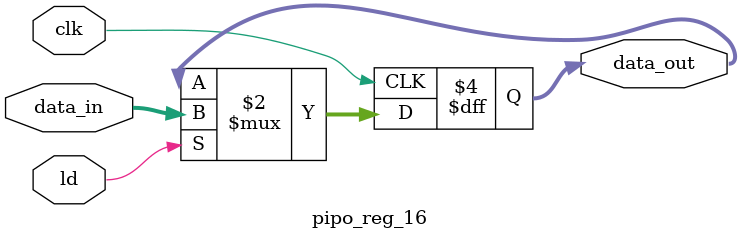
<source format=v>
module pipo_reg_16(
  input [15:0] data_in,
  input ld,
  input clk,
  output reg [15:0] data_out
);
  
  always @ (posedge clk) begin
    if(ld) data_out <= data_in;
  end
  
endmodule
</source>
